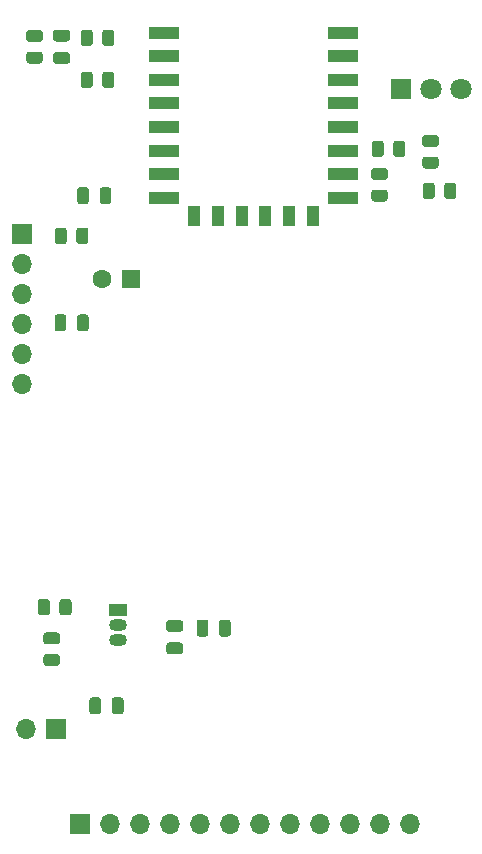
<source format=gbr>
%TF.GenerationSoftware,KiCad,Pcbnew,5.1.9+dfsg1-1*%
%TF.CreationDate,2021-05-25T18:36:33+02:00*%
%TF.ProjectId,vscp-din-wireless-esp8266-flat,76736370-2d64-4696-9e2d-776972656c65,rev?*%
%TF.SameCoordinates,Original*%
%TF.FileFunction,Soldermask,Top*%
%TF.FilePolarity,Negative*%
%FSLAX46Y46*%
G04 Gerber Fmt 4.6, Leading zero omitted, Abs format (unit mm)*
G04 Created by KiCad (PCBNEW 5.1.9+dfsg1-1) date 2021-05-25 18:36:33*
%MOMM*%
%LPD*%
G01*
G04 APERTURE LIST*
%ADD10O,1.700000X1.700000*%
%ADD11R,1.700000X1.700000*%
%ADD12R,2.500000X1.000000*%
%ADD13R,1.000000X1.800000*%
%ADD14R,1.500000X1.050000*%
%ADD15O,1.500000X1.050000*%
%ADD16C,1.800000*%
%ADD17R,1.800000X1.800000*%
%ADD18C,1.600000*%
%ADD19R,1.600000X1.600000*%
G04 APERTURE END LIST*
D10*
%TO.C,J1*%
X150787100Y-116306600D03*
X148247100Y-116306600D03*
X145707100Y-116306600D03*
X143167100Y-116306600D03*
X140627100Y-116306600D03*
X138087100Y-116306600D03*
X135547100Y-116306600D03*
X133007100Y-116306600D03*
X130467100Y-116306600D03*
X127927100Y-116306600D03*
X125387100Y-116306600D03*
D11*
X122847100Y-116306600D03*
%TD*%
%TO.C,C1*%
G36*
G01*
X123641700Y-62669400D02*
X123641700Y-63619400D01*
G75*
G02*
X123391700Y-63869400I-250000J0D01*
G01*
X122891700Y-63869400D01*
G75*
G02*
X122641700Y-63619400I0J250000D01*
G01*
X122641700Y-62669400D01*
G75*
G02*
X122891700Y-62419400I250000J0D01*
G01*
X123391700Y-62419400D01*
G75*
G02*
X123641700Y-62669400I0J-250000D01*
G01*
G37*
G36*
G01*
X125541700Y-62669400D02*
X125541700Y-63619400D01*
G75*
G02*
X125291700Y-63869400I-250000J0D01*
G01*
X124791700Y-63869400D01*
G75*
G02*
X124541700Y-63619400I0J250000D01*
G01*
X124541700Y-62669400D01*
G75*
G02*
X124791700Y-62419400I250000J0D01*
G01*
X125291700Y-62419400D01*
G75*
G02*
X125541700Y-62669400I0J-250000D01*
G01*
G37*
%TD*%
%TO.C,C4*%
G36*
G01*
X125570400Y-106812100D02*
X125570400Y-105862100D01*
G75*
G02*
X125820400Y-105612100I250000J0D01*
G01*
X126320400Y-105612100D01*
G75*
G02*
X126570400Y-105862100I0J-250000D01*
G01*
X126570400Y-106812100D01*
G75*
G02*
X126320400Y-107062100I-250000J0D01*
G01*
X125820400Y-107062100D01*
G75*
G02*
X125570400Y-106812100I0J250000D01*
G01*
G37*
G36*
G01*
X123670400Y-106812100D02*
X123670400Y-105862100D01*
G75*
G02*
X123920400Y-105612100I250000J0D01*
G01*
X124420400Y-105612100D01*
G75*
G02*
X124670400Y-105862100I0J-250000D01*
G01*
X124670400Y-106812100D01*
G75*
G02*
X124420400Y-107062100I-250000J0D01*
G01*
X123920400Y-107062100D01*
G75*
G02*
X123670400Y-106812100I0J250000D01*
G01*
G37*
%TD*%
%TO.C,C3*%
G36*
G01*
X120843000Y-50996000D02*
X121793000Y-50996000D01*
G75*
G02*
X122043000Y-51246000I0J-250000D01*
G01*
X122043000Y-51746000D01*
G75*
G02*
X121793000Y-51996000I-250000J0D01*
G01*
X120843000Y-51996000D01*
G75*
G02*
X120593000Y-51746000I0J250000D01*
G01*
X120593000Y-51246000D01*
G75*
G02*
X120843000Y-50996000I250000J0D01*
G01*
G37*
G36*
G01*
X120843000Y-49096000D02*
X121793000Y-49096000D01*
G75*
G02*
X122043000Y-49346000I0J-250000D01*
G01*
X122043000Y-49846000D01*
G75*
G02*
X121793000Y-50096000I-250000J0D01*
G01*
X120843000Y-50096000D01*
G75*
G02*
X120593000Y-49846000I0J250000D01*
G01*
X120593000Y-49346000D01*
G75*
G02*
X120843000Y-49096000I250000J0D01*
G01*
G37*
%TD*%
D12*
%TO.C,U2*%
X145174000Y-49332000D03*
X145174000Y-51332000D03*
X145174000Y-53332000D03*
X145174000Y-55332000D03*
X145174000Y-57332000D03*
X145174000Y-59332000D03*
X145174000Y-61332000D03*
X145174000Y-63332000D03*
D13*
X142574000Y-64832000D03*
X140574000Y-64832000D03*
X138574000Y-64832000D03*
X136574000Y-64832000D03*
X134574000Y-64832000D03*
X132574000Y-64832000D03*
D12*
X129974000Y-63332000D03*
X129974000Y-61332000D03*
X129974000Y-59332000D03*
X129974000Y-57332000D03*
X129974000Y-55332000D03*
X129974000Y-53332000D03*
X129974000Y-51332000D03*
X129974000Y-49332000D03*
%TD*%
%TO.C,R11*%
G36*
G01*
X153010002Y-59036000D02*
X152109998Y-59036000D01*
G75*
G02*
X151860000Y-58786002I0J249998D01*
G01*
X151860000Y-58260998D01*
G75*
G02*
X152109998Y-58011000I249998J0D01*
G01*
X153010002Y-58011000D01*
G75*
G02*
X153260000Y-58260998I0J-249998D01*
G01*
X153260000Y-58786002D01*
G75*
G02*
X153010002Y-59036000I-249998J0D01*
G01*
G37*
G36*
G01*
X153010002Y-60861000D02*
X152109998Y-60861000D01*
G75*
G02*
X151860000Y-60611002I0J249998D01*
G01*
X151860000Y-60085998D01*
G75*
G02*
X152109998Y-59836000I249998J0D01*
G01*
X153010002Y-59836000D01*
G75*
G02*
X153260000Y-60085998I0J-249998D01*
G01*
X153260000Y-60611002D01*
G75*
G02*
X153010002Y-60861000I-249998J0D01*
G01*
G37*
%TD*%
%TO.C,R10*%
G36*
G01*
X120338900Y-97530498D02*
X120338900Y-98430502D01*
G75*
G02*
X120088902Y-98680500I-249998J0D01*
G01*
X119563898Y-98680500D01*
G75*
G02*
X119313900Y-98430502I0J249998D01*
G01*
X119313900Y-97530498D01*
G75*
G02*
X119563898Y-97280500I249998J0D01*
G01*
X120088902Y-97280500D01*
G75*
G02*
X120338900Y-97530498I0J-249998D01*
G01*
G37*
G36*
G01*
X122163900Y-97530498D02*
X122163900Y-98430502D01*
G75*
G02*
X121913902Y-98680500I-249998J0D01*
G01*
X121388898Y-98680500D01*
G75*
G02*
X121138900Y-98430502I0J249998D01*
G01*
X121138900Y-97530498D01*
G75*
G02*
X121388898Y-97280500I249998J0D01*
G01*
X121913902Y-97280500D01*
G75*
G02*
X122163900Y-97530498I0J-249998D01*
G01*
G37*
%TD*%
%TO.C,R9*%
G36*
G01*
X120034898Y-101936500D02*
X120934902Y-101936500D01*
G75*
G02*
X121184900Y-102186498I0J-249998D01*
G01*
X121184900Y-102711502D01*
G75*
G02*
X120934902Y-102961500I-249998J0D01*
G01*
X120034898Y-102961500D01*
G75*
G02*
X119784900Y-102711502I0J249998D01*
G01*
X119784900Y-102186498D01*
G75*
G02*
X120034898Y-101936500I249998J0D01*
G01*
G37*
G36*
G01*
X120034898Y-100111500D02*
X120934902Y-100111500D01*
G75*
G02*
X121184900Y-100361498I0J-249998D01*
G01*
X121184900Y-100886502D01*
G75*
G02*
X120934902Y-101136500I-249998J0D01*
G01*
X120034898Y-101136500D01*
G75*
G02*
X119784900Y-100886502I0J249998D01*
G01*
X119784900Y-100361498D01*
G75*
G02*
X120034898Y-100111500I249998J0D01*
G01*
G37*
%TD*%
%TO.C,R8*%
G36*
G01*
X148692002Y-61830000D02*
X147791998Y-61830000D01*
G75*
G02*
X147542000Y-61580002I0J249998D01*
G01*
X147542000Y-61054998D01*
G75*
G02*
X147791998Y-60805000I249998J0D01*
G01*
X148692002Y-60805000D01*
G75*
G02*
X148942000Y-61054998I0J-249998D01*
G01*
X148942000Y-61580002D01*
G75*
G02*
X148692002Y-61830000I-249998J0D01*
G01*
G37*
G36*
G01*
X148692002Y-63655000D02*
X147791998Y-63655000D01*
G75*
G02*
X147542000Y-63405002I0J249998D01*
G01*
X147542000Y-62879998D01*
G75*
G02*
X147791998Y-62630000I249998J0D01*
G01*
X148692002Y-62630000D01*
G75*
G02*
X148942000Y-62879998I0J-249998D01*
G01*
X148942000Y-63405002D01*
G75*
G02*
X148692002Y-63655000I-249998J0D01*
G01*
G37*
%TD*%
%TO.C,R7*%
G36*
G01*
X121774000Y-66097998D02*
X121774000Y-66998002D01*
G75*
G02*
X121524002Y-67248000I-249998J0D01*
G01*
X120998998Y-67248000D01*
G75*
G02*
X120749000Y-66998002I0J249998D01*
G01*
X120749000Y-66097998D01*
G75*
G02*
X120998998Y-65848000I249998J0D01*
G01*
X121524002Y-65848000D01*
G75*
G02*
X121774000Y-66097998I0J-249998D01*
G01*
G37*
G36*
G01*
X123599000Y-66097998D02*
X123599000Y-66998002D01*
G75*
G02*
X123349002Y-67248000I-249998J0D01*
G01*
X122823998Y-67248000D01*
G75*
G02*
X122574000Y-66998002I0J249998D01*
G01*
X122574000Y-66097998D01*
G75*
G02*
X122823998Y-65848000I249998J0D01*
G01*
X123349002Y-65848000D01*
G75*
G02*
X123599000Y-66097998I0J-249998D01*
G01*
G37*
%TD*%
%TO.C,R6*%
G36*
G01*
X152922000Y-62287998D02*
X152922000Y-63188002D01*
G75*
G02*
X152672002Y-63438000I-249998J0D01*
G01*
X152146998Y-63438000D01*
G75*
G02*
X151897000Y-63188002I0J249998D01*
G01*
X151897000Y-62287998D01*
G75*
G02*
X152146998Y-62038000I249998J0D01*
G01*
X152672002Y-62038000D01*
G75*
G02*
X152922000Y-62287998I0J-249998D01*
G01*
G37*
G36*
G01*
X154747000Y-62287998D02*
X154747000Y-63188002D01*
G75*
G02*
X154497002Y-63438000I-249998J0D01*
G01*
X153971998Y-63438000D01*
G75*
G02*
X153722000Y-63188002I0J249998D01*
G01*
X153722000Y-62287998D01*
G75*
G02*
X153971998Y-62038000I249998J0D01*
G01*
X154497002Y-62038000D01*
G75*
G02*
X154747000Y-62287998I0J-249998D01*
G01*
G37*
%TD*%
%TO.C,R5*%
G36*
G01*
X148604000Y-58731998D02*
X148604000Y-59632002D01*
G75*
G02*
X148354002Y-59882000I-249998J0D01*
G01*
X147828998Y-59882000D01*
G75*
G02*
X147579000Y-59632002I0J249998D01*
G01*
X147579000Y-58731998D01*
G75*
G02*
X147828998Y-58482000I249998J0D01*
G01*
X148354002Y-58482000D01*
G75*
G02*
X148604000Y-58731998I0J-249998D01*
G01*
G37*
G36*
G01*
X150429000Y-58731998D02*
X150429000Y-59632002D01*
G75*
G02*
X150179002Y-59882000I-249998J0D01*
G01*
X149653998Y-59882000D01*
G75*
G02*
X149404000Y-59632002I0J249998D01*
G01*
X149404000Y-58731998D01*
G75*
G02*
X149653998Y-58482000I249998J0D01*
G01*
X150179002Y-58482000D01*
G75*
G02*
X150429000Y-58731998I0J-249998D01*
G01*
G37*
%TD*%
%TO.C,R4*%
G36*
G01*
X122624000Y-74389000D02*
X122624000Y-73439000D01*
G75*
G02*
X122874000Y-73189000I250000J0D01*
G01*
X123374000Y-73189000D01*
G75*
G02*
X123624000Y-73439000I0J-250000D01*
G01*
X123624000Y-74389000D01*
G75*
G02*
X123374000Y-74639000I-250000J0D01*
G01*
X122874000Y-74639000D01*
G75*
G02*
X122624000Y-74389000I0J250000D01*
G01*
G37*
G36*
G01*
X120724000Y-74389000D02*
X120724000Y-73439000D01*
G75*
G02*
X120974000Y-73189000I250000J0D01*
G01*
X121474000Y-73189000D01*
G75*
G02*
X121724000Y-73439000I0J-250000D01*
G01*
X121724000Y-74389000D01*
G75*
G02*
X121474000Y-74639000I-250000J0D01*
G01*
X120974000Y-74639000D01*
G75*
G02*
X120724000Y-74389000I0J250000D01*
G01*
G37*
%TD*%
%TO.C,R3*%
G36*
G01*
X123966000Y-49333998D02*
X123966000Y-50234002D01*
G75*
G02*
X123716002Y-50484000I-249998J0D01*
G01*
X123190998Y-50484000D01*
G75*
G02*
X122941000Y-50234002I0J249998D01*
G01*
X122941000Y-49333998D01*
G75*
G02*
X123190998Y-49084000I249998J0D01*
G01*
X123716002Y-49084000D01*
G75*
G02*
X123966000Y-49333998I0J-249998D01*
G01*
G37*
G36*
G01*
X125791000Y-49333998D02*
X125791000Y-50234002D01*
G75*
G02*
X125541002Y-50484000I-249998J0D01*
G01*
X125015998Y-50484000D01*
G75*
G02*
X124766000Y-50234002I0J249998D01*
G01*
X124766000Y-49333998D01*
G75*
G02*
X125015998Y-49084000I249998J0D01*
G01*
X125541002Y-49084000D01*
G75*
G02*
X125791000Y-49333998I0J-249998D01*
G01*
G37*
%TD*%
%TO.C,R2*%
G36*
G01*
X119482002Y-50146000D02*
X118581998Y-50146000D01*
G75*
G02*
X118332000Y-49896002I0J249998D01*
G01*
X118332000Y-49370998D01*
G75*
G02*
X118581998Y-49121000I249998J0D01*
G01*
X119482002Y-49121000D01*
G75*
G02*
X119732000Y-49370998I0J-249998D01*
G01*
X119732000Y-49896002D01*
G75*
G02*
X119482002Y-50146000I-249998J0D01*
G01*
G37*
G36*
G01*
X119482002Y-51971000D02*
X118581998Y-51971000D01*
G75*
G02*
X118332000Y-51721002I0J249998D01*
G01*
X118332000Y-51195998D01*
G75*
G02*
X118581998Y-50946000I249998J0D01*
G01*
X119482002Y-50946000D01*
G75*
G02*
X119732000Y-51195998I0J-249998D01*
G01*
X119732000Y-51721002D01*
G75*
G02*
X119482002Y-51971000I-249998J0D01*
G01*
G37*
%TD*%
%TO.C,R1*%
G36*
G01*
X124766000Y-53790002D02*
X124766000Y-52889998D01*
G75*
G02*
X125015998Y-52640000I249998J0D01*
G01*
X125541002Y-52640000D01*
G75*
G02*
X125791000Y-52889998I0J-249998D01*
G01*
X125791000Y-53790002D01*
G75*
G02*
X125541002Y-54040000I-249998J0D01*
G01*
X125015998Y-54040000D01*
G75*
G02*
X124766000Y-53790002I0J249998D01*
G01*
G37*
G36*
G01*
X122941000Y-53790002D02*
X122941000Y-52889998D01*
G75*
G02*
X123190998Y-52640000I249998J0D01*
G01*
X123716002Y-52640000D01*
G75*
G02*
X123966000Y-52889998I0J-249998D01*
G01*
X123966000Y-53790002D01*
G75*
G02*
X123716002Y-54040000I-249998J0D01*
G01*
X123190998Y-54040000D01*
G75*
G02*
X122941000Y-53790002I0J249998D01*
G01*
G37*
%TD*%
D14*
%TO.C,Q1*%
X126072900Y-98234500D03*
D15*
X126072900Y-100774500D03*
X126072900Y-99504500D03*
%TD*%
D10*
%TO.C,J4*%
X118275100Y-108331000D03*
D11*
X120815100Y-108331000D03*
%TD*%
D16*
%TO.C,D1*%
X155100000Y-54102000D03*
X152560000Y-54102000D03*
D17*
X150020000Y-54102000D03*
%TD*%
%TO.C,C6*%
G36*
G01*
X131373900Y-100070500D02*
X130423900Y-100070500D01*
G75*
G02*
X130173900Y-99820500I0J250000D01*
G01*
X130173900Y-99320500D01*
G75*
G02*
X130423900Y-99070500I250000J0D01*
G01*
X131373900Y-99070500D01*
G75*
G02*
X131623900Y-99320500I0J-250000D01*
G01*
X131623900Y-99820500D01*
G75*
G02*
X131373900Y-100070500I-250000J0D01*
G01*
G37*
G36*
G01*
X131373900Y-101970500D02*
X130423900Y-101970500D01*
G75*
G02*
X130173900Y-101720500I0J250000D01*
G01*
X130173900Y-101220500D01*
G75*
G02*
X130423900Y-100970500I250000J0D01*
G01*
X131373900Y-100970500D01*
G75*
G02*
X131623900Y-101220500I0J-250000D01*
G01*
X131623900Y-101720500D01*
G75*
G02*
X131373900Y-101970500I-250000J0D01*
G01*
G37*
%TD*%
%TO.C,C5*%
G36*
G01*
X133750900Y-99283500D02*
X133750900Y-100233500D01*
G75*
G02*
X133500900Y-100483500I-250000J0D01*
G01*
X133000900Y-100483500D01*
G75*
G02*
X132750900Y-100233500I0J250000D01*
G01*
X132750900Y-99283500D01*
G75*
G02*
X133000900Y-99033500I250000J0D01*
G01*
X133500900Y-99033500D01*
G75*
G02*
X133750900Y-99283500I0J-250000D01*
G01*
G37*
G36*
G01*
X135650900Y-99283500D02*
X135650900Y-100233500D01*
G75*
G02*
X135400900Y-100483500I-250000J0D01*
G01*
X134900900Y-100483500D01*
G75*
G02*
X134650900Y-100233500I0J250000D01*
G01*
X134650900Y-99283500D01*
G75*
G02*
X134900900Y-99033500I250000J0D01*
G01*
X135400900Y-99033500D01*
G75*
G02*
X135650900Y-99283500I0J-250000D01*
G01*
G37*
%TD*%
D18*
%TO.C,C2*%
X124741300Y-70205600D03*
D19*
X127241300Y-70205600D03*
%TD*%
D11*
%TO.C,J3*%
X118010600Y-66395000D03*
D10*
X118010600Y-68935000D03*
X118010600Y-71475000D03*
X118010600Y-74015000D03*
X118010600Y-76555000D03*
X118010600Y-79095000D03*
%TD*%
M02*

</source>
